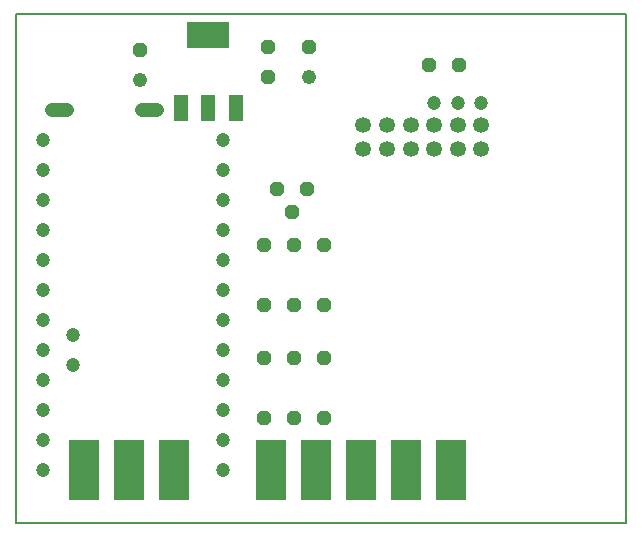
<source format=gbs>
G75*
%MOIN*%
%OFA0B0*%
%FSLAX24Y24*%
%IPPOS*%
%LPD*%
%AMOC8*
5,1,8,0,0,1.08239X$1,22.5*
%
%ADD10C,0.0080*%
%ADD11OC8,0.0480*%
%ADD12C,0.0480*%
%ADD13R,0.1000X0.2000*%
%ADD14R,0.0480X0.0880*%
%ADD15R,0.1417X0.0866*%
%ADD16C,0.0472*%
%ADD17C,0.0480*%
%ADD18C,0.0531*%
D10*
X003400Y002400D02*
X023701Y002400D01*
X023701Y019382D01*
X003400Y019382D01*
X003400Y002400D01*
D11*
X011650Y005900D03*
X012650Y005900D03*
X013650Y005900D03*
X013650Y007900D03*
X012650Y007900D03*
X011650Y007900D03*
X011650Y009650D03*
X012650Y009650D03*
X013650Y009650D03*
X013650Y011650D03*
X012650Y011650D03*
X011650Y011650D03*
X012588Y012775D03*
X013088Y013525D03*
X012088Y013525D03*
X011775Y017283D03*
X011775Y018283D03*
X013151Y018278D03*
X017150Y017650D03*
X018150Y017650D03*
X007521Y018151D03*
D12*
X007521Y017151D03*
X013151Y017278D03*
D13*
X013400Y004150D03*
X011900Y004150D03*
X014900Y004150D03*
X016400Y004150D03*
X017900Y004150D03*
X008650Y004150D03*
X007150Y004150D03*
X005650Y004150D03*
D14*
X008884Y016243D03*
X009794Y016243D03*
X010704Y016243D03*
D15*
X009794Y018683D03*
D16*
X010275Y015150D03*
X010275Y014150D03*
X010275Y013150D03*
X010275Y012150D03*
X010275Y011150D03*
X010275Y010150D03*
X010275Y009150D03*
X010275Y008150D03*
X010275Y007150D03*
X010275Y006150D03*
X010275Y005150D03*
X010275Y004150D03*
X004275Y004150D03*
X004275Y005150D03*
X004275Y006150D03*
X004275Y007150D03*
X005275Y007650D03*
X004275Y008150D03*
X005275Y008650D03*
X004275Y009150D03*
X004275Y010150D03*
X004275Y011150D03*
X004275Y012150D03*
X004275Y013150D03*
X004275Y014150D03*
X004275Y015150D03*
X017325Y016400D03*
X018112Y016400D03*
X018900Y016400D03*
D17*
X008078Y016150D02*
X007598Y016150D01*
X005078Y016150D02*
X004598Y016150D01*
D18*
X014963Y015650D03*
X015750Y015650D03*
X016538Y015650D03*
X017325Y015650D03*
X018113Y015650D03*
X018900Y015650D03*
X018900Y014863D03*
X018113Y014863D03*
X017325Y014863D03*
X016538Y014863D03*
X015750Y014863D03*
X014963Y014863D03*
M02*

</source>
